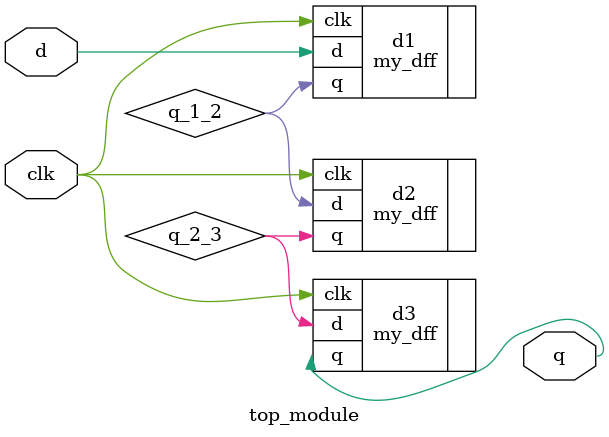
<source format=v>
module top_module ( input clk, input d, output q );
wire q_1_2,q_2_3;
    my_dff d1 (.clk(clk),.d(d),.q(q_1_2));
    my_dff d2 (.clk(clk),.d(q_1_2),.q(q_2_3));
    my_dff d3 (.clk(clk),.d(q_2_3),.q(q));
    
endmodule

</source>
